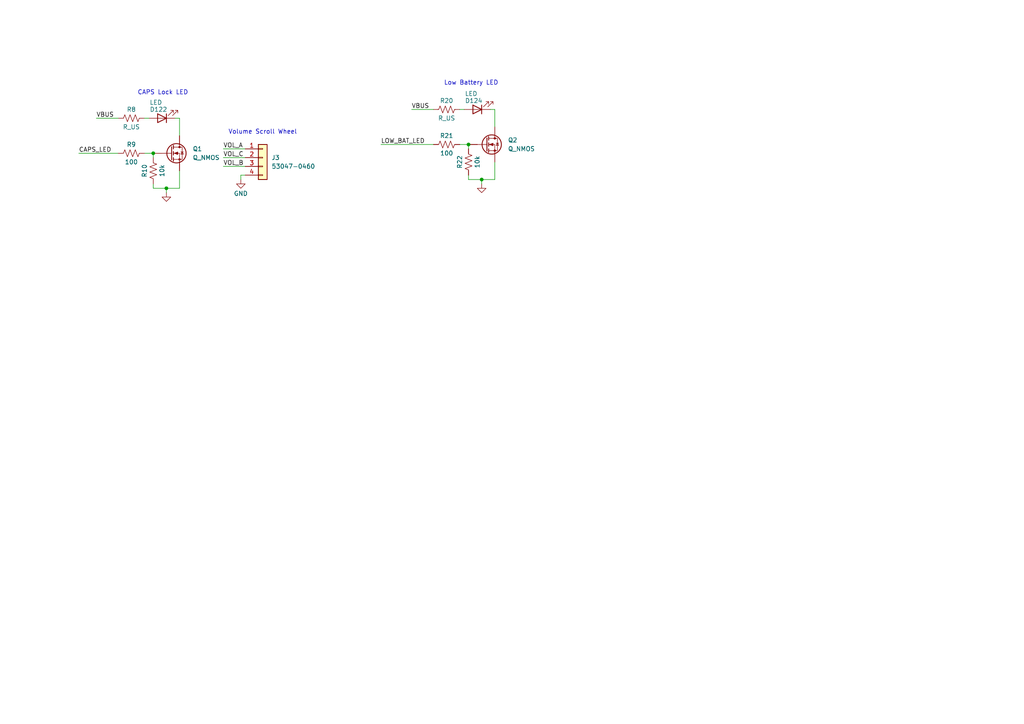
<source format=kicad_sch>
(kicad_sch (version 20250114) (generator "eeschema") (generator_version "9.0")
  (paper "A4")
  (lib_symbols
    (symbol "Device:LED" (pin_numbers (hide yes)) (pin_names (offset 1.016) (hide yes))
      (property "Reference" "D" (at 0 2.54 0))
      (property "Value" "LED" (at 0 -2.54 0))
      (symbol "LED_0_1"
        (polyline (pts (xy -3.048 -0.762) (xy -4.572 -2.286) (xy -3.81 -2.286) (xy -4.572 -2.286) (xy -4.572 -1.524)))
        (polyline (pts (xy -1.778 -0.762) (xy -3.302 -2.286) (xy -2.54 -2.286) (xy -3.302 -2.286) (xy -3.302 -1.524)))
        (polyline (pts (xy -1.27 0) (xy 1.27 0)))
        (polyline (pts (xy -1.27 -1.27) (xy -1.27 1.27)) (stroke (width 0.254)))
        (polyline (pts (xy 1.27 -1.27) (xy 1.27 1.27) (xy -1.27 0) (xy 1.27 -1.27)) (stroke (width 0.254)))
      )
      (symbol "LED_1_1"
        (pin passive line (at -3.81 0 0) (length 2.54) (name "K") (number "1"))
        (pin passive line (at 3.81 0 180) (length 2.54) (name "A") (number "2"))
      )
    )
    (symbol "Device:Q_NMOS" (pin_numbers (hide yes)) (pin_names (offset 0) (hide yes))
      (property "Reference" "Q" (at 5.08 1.27 0))
      (property "Value" "Q_NMOS" (at 5.08 -1.27 0))
      (symbol "Q_NMOS_0_1"
        (polyline (pts (xy 0.254 1.905) (xy 0.254 -1.905)) (stroke (width 0.254)))
        (polyline (pts (xy 0.254 0) (xy -2.54 0)))
        (polyline (pts (xy 0.762 2.286) (xy 0.762 1.27)) (stroke (width 0.254)))
        (polyline (pts (xy 0.762 0.508) (xy 0.762 -0.508)) (stroke (width 0.254)))
        (polyline (pts (xy 0.762 -1.27) (xy 0.762 -2.286)) (stroke (width 0.254)))
        (polyline (pts (xy 0.762 -1.778) (xy 3.302 -1.778) (xy 3.302 1.778) (xy 0.762 1.778)))
        (polyline (pts (xy 1.016 0) (xy 2.032 0.381) (xy 2.032 -0.381) (xy 1.016 0)) (fill (type outline)))
        (circle (center 1.651 0) (radius 2.794) (stroke (width 0.254)))
        (polyline (pts (xy 2.54 2.54) (xy 2.54 1.778)))
        (circle (center 2.54 1.778) (radius 0.254) (fill (type outline)))
        (circle (center 2.54 -1.778) (radius 0.254) (fill (type outline)))
        (polyline (pts (xy 2.54 -2.54) (xy 2.54 0) (xy 0.762 0)))
        (polyline (pts (xy 2.921 0.381) (xy 3.683 0.381)))
        (polyline (pts (xy 3.302 0.381) (xy 2.921 -0.254) (xy 3.683 -0.254) (xy 3.302 0.381)))
      )
      (symbol "Q_NMOS_1_1"
        (pin input line (at -5.08 0 0) (length 2.54) (name "G") (number "G"))
        (pin passive line (at 2.54 5.08 270) (length 2.54) (name "D") (number "D"))
        (pin passive line (at 2.54 -5.08 90) (length 2.54) (name "S") (number "S"))
      )
    )
    (symbol "GND_1" (power) (pin_numbers (hide yes)) (pin_names (offset 0) (hide yes))
      (property "Value" "GND_1" (at 0 -3.81 0))
      (symbol "GND_1_0_1"
        (polyline (pts (xy 0 0) (xy 0 -1.27) (xy 1.27 -1.27) (xy 0 -2.54) (xy -1.27 -1.27) (xy 0 -1.27)))
      )
      (symbol "GND_1_1_1"
        (pin power_in line (at 0 0 270) (length 0) (hide yes) (name "GND") (number "1"))
      )
    )
    (symbol "keyboard:Conn_01x04" (pin_names (offset 1.016) (hide yes))
      (property "Reference" "J2" (at 2.54 0.0001 0))
      (property "Value" "Conn_01x04" (at 2.54 -2.5399 0))
      (symbol "Conn_01x04_1_1"
        (rectangle (start -1.27 3.81) (end 1.27 -6.35) (stroke (width 0.254)) (fill (type background)))
        (rectangle (start -1.27 2.667) (end 0 2.413) (stroke (width 0.1524)))
        (rectangle (start -1.27 0.127) (end 0 -0.127) (stroke (width 0.1524)))
        (rectangle (start -1.27 -2.413) (end 0 -2.667) (stroke (width 0.1524)))
        (rectangle (start -1.27 -4.953) (end 0 -5.207) (stroke (width 0.1524)))
        (pin passive line (at -5.08 2.54 0) (length 3.81) (name "Pin_1") (number "1"))
        (pin passive line (at -5.08 0 0) (length 3.81) (name "Pin_2") (number "2"))
        (pin passive line (at -5.08 -2.54 0) (length 3.81) (name "Pin_3") (number "3"))
        (pin passive line (at -5.08 -5.08 0) (length 3.81) (name "Pin_4") (number "4"))
      )
    )
    (symbol "keyboard:R_US" (pin_numbers (hide yes)) (pin_names (offset 0))
      (property "Reference" "R" (at 0 -2.54 0))
      (property "Value" "R_US" (at 0 2.54 0))
      (symbol "R_US_0_1"
        (polyline (pts (xy -2.286 0) (xy -2.54 0)))
        (polyline (pts (xy -0.762 0) (xy -1.143 -1.016) (xy -1.524 0) (xy -1.905 1.016) (xy -2.286 0)))
        (polyline (pts (xy 0.762 0) (xy 0.381 -1.016) (xy 0 0) (xy -0.381 1.016) (xy -0.762 0)))
        (polyline (pts (xy 2.286 0) (xy 2.54 0)))
        (polyline (pts (xy 2.286 0) (xy 1.905 -1.016) (xy 1.524 0) (xy 1.143 1.016) (xy 0.762 0)))
      )
      (symbol "R_US_1_1"
        (pin passive line (at -3.81 0 0) (length 1.27) (name "~") (number "2"))
        (pin passive line (at 3.81 0 180) (length 1.27) (name "~") (number "1"))
      )
    )
    (symbol "power:GND" (power) (pin_names (offset 0))
      (property "Value" "GND" (at 0 -3.81 0))
      (symbol "GND_0_1"
        (polyline (pts (xy 0 0) (xy 0 -1.27) (xy 1.27 -1.27) (xy 0 -2.54) (xy -1.27 -1.27) (xy 0 -1.27)))
      )
      (symbol "GND_1_1"
        (pin power_in line (at 0 0 270) (length 0) (hide yes) (name "GND") (number "1"))
      )
    )
  )
  (text "Low Battery LED" (at 136.652 24.13 0) (effects (font (size 1.27 1.27))))
  (text "CAPS Lock LED" (at 47.244 26.924 0) (effects (font (size 1.27 1.27))))
  (text "Volume Scroll Wheel" (at 76.2 38.354 0) (effects (font (size 1.27 1.27))))
  (junction (at 135.89 41.91))
  (junction (at 48.26 54.61))
  (junction (at 139.7 52.07))
  (junction (at 44.45 44.45))
  (wire (pts (xy 64.77 43.18) (xy 71.12 43.18)))
  (wire (pts (xy 133.35 41.91) (xy 135.89 41.91)))
  (wire (pts (xy 48.26 54.61) (xy 52.07 54.61)))
  (wire (pts (xy 139.7 52.07) (xy 139.7 53.34)))
  (wire (pts (xy 50.8 34.29) (xy 52.07 34.29)))
  (wire (pts (xy 44.45 44.45) (xy 44.45 45.72)))
  (wire (pts (xy 110.49 41.91) (xy 125.73 41.91)))
  (wire (pts (xy 69.85 50.8) (xy 69.85 52.07)))
  (wire (pts (xy 44.45 53.34) (xy 44.45 54.61)))
  (wire (pts (xy 143.51 31.75) (xy 143.51 36.83)))
  (wire (pts (xy 143.51 46.99) (xy 143.51 52.07)))
  (wire (pts (xy 64.77 48.26) (xy 71.12 48.26)))
  (wire (pts (xy 133.35 31.75) (xy 134.62 31.75)))
  (wire (pts (xy 71.12 50.8) (xy 69.85 50.8)))
  (wire (pts (xy 48.26 54.61) (xy 48.26 55.88)))
  (wire (pts (xy 52.07 34.29) (xy 52.07 39.37)))
  (wire (pts (xy 41.91 34.29) (xy 43.18 34.29)))
  (wire (pts (xy 64.77 45.72) (xy 71.12 45.72)))
  (wire (pts (xy 52.07 49.53) (xy 52.07 54.61)))
  (wire (pts (xy 135.89 50.8) (xy 135.89 52.07)))
  (wire (pts (xy 27.94 34.29) (xy 34.29 34.29)))
  (wire (pts (xy 139.7 52.07) (xy 143.51 52.07)))
  (wire (pts (xy 22.86 44.45) (xy 34.29 44.45)))
  (wire (pts (xy 135.89 41.91) (xy 135.89 43.18)))
  (wire (pts (xy 119.38 31.75) (xy 125.73 31.75)))
  (wire (pts (xy 44.45 54.61) (xy 48.26 54.61)))
  (wire (pts (xy 41.91 44.45) (xy 44.45 44.45)))
  (wire (pts (xy 142.24 31.75) (xy 143.51 31.75)))
  (wire (pts (xy 135.89 52.07) (xy 139.7 52.07)))
  (label "VOL_B" (at 64.77 48.26 0))
  (label "VBUS" (at 27.94 34.29 0))
  (label "LOW_BAT_LED" (at 110.49 41.91 0))
  (label "CAPS_LED" (at 22.86 44.45 0))
  (label "VOL_C" (at 64.77 45.72 0))
  (label "VOL_A" (at 64.77 43.18 0))
  (label "VBUS" (at 119.38 31.75 0))
  (symbol (lib_id "keyboard:R_US") (at 135.89 46.99 90) (unit 1)
    (property "Reference" "R22" (at 133.35 46.99 0))
    (property "Value" "10k" (at 138.43 46.99 0))
    (property "Footprint" "keyboard:R_0402_1005Metric" (effects (hide yes)))
    (property "Datasheet" "https://datasheet.lcsc.com/lcsc/2304140030_YAGEO-RC0402FR-071K2L_C138040.pdf" (effects (hide yes)))
    (property "PN" "RC0402FR-071K2L" (effects (hide yes)))
    (property "LCSC Part Number" "C138040" (effects (hide yes)))
    (property "LCSC link" "https://www.lcsc.com/product-detail/Chip-Resistor-Surface-Mount_YAGEO-RC0402FR-071K2L_C138040.html" (effects (hide yes)))
  )
  (symbol (lib_id "keyboard:R_US") (at 129.54 31.75 0) (unit 1)
    (property "Reference" "R20" (at 129.54 29.21 0))
    (property "Value" "R_US" (at 129.54 34.29 0))
    (property "Footprint" "keyboard:R_0402_1005Metric" (effects (hide yes)))
    (property "Datasheet" "https://datasheet.lcsc.com/lcsc/2304140030_YAGEO-RC0402FR-071K2L_C138040.pdf" (effects (hide yes)))
    (property "PN" "RC0402FR-071K2L" (effects (hide yes)))
    (property "LCSC Part Number" "C138040" (effects (hide yes)))
    (property "LCSC link" "https://www.lcsc.com/product-detail/Chip-Resistor-Surface-Mount_YAGEO-RC0402FR-071K2L_C138040.html" (effects (hide yes)))
  )
  (symbol (lib_id "keyboard:R_US") (at 38.1 44.45 0) (unit 1)
    (property "Reference" "R9" (at 38.1 41.91 0))
    (property "Value" "100" (at 38.1 46.99 0))
    (property "Footprint" "keyboard:R_0402_1005Metric" (effects (hide yes)))
    (property "Datasheet" "https://datasheet.lcsc.com/lcsc/2304140030_YAGEO-RC0402FR-071K2L_C138040.pdf" (effects (hide yes)))
    (property "PN" "RC0402FR-071K2L" (effects (hide yes)))
    (property "LCSC Part Number" "C138040" (effects (hide yes)))
    (property "LCSC link" "https://www.lcsc.com/product-detail/Chip-Resistor-Surface-Mount_YAGEO-RC0402FR-071K2L_C138040.html" (effects (hide yes)))
  )
  (symbol (lib_id "power:GND") (at 69.85 52.07 0) (unit 1)
    (property "Reference" "#PWR024" (effects (hide yes)))
    (property "Value" "GND" (at 69.85 56.134 0))
    (property "Description" "Power symbol creates a global label with name \"GND\" , ground" (effects (hide yes)))
  )
  (symbol (lib_name "GND_1") (lib_id "power:GND") (at 139.7 53.34 0) (unit 1)
    (property "Reference" "#PWR041" (effects (hide yes)))
    (property "Value" "GND" (effects (hide yes)))
  )
  (symbol (lib_id "keyboard:R_US") (at 129.54 41.91 0) (unit 1)
    (property "Reference" "R21" (at 129.54 39.37 0))
    (property "Value" "100" (at 129.54 44.45 0))
    (property "Footprint" "keyboard:R_0402_1005Metric" (effects (hide yes)))
    (property "Datasheet" "https://datasheet.lcsc.com/lcsc/2304140030_YAGEO-RC0402FR-071K2L_C138040.pdf" (effects (hide yes)))
    (property "PN" "RC0402FR-071K2L" (effects (hide yes)))
    (property "LCSC Part Number" "C138040" (effects (hide yes)))
    (property "LCSC link" "https://www.lcsc.com/product-detail/Chip-Resistor-Surface-Mount_YAGEO-RC0402FR-071K2L_C138040.html" (effects (hide yes)))
  )
  (symbol (lib_id "Device:Q_NMOS") (at 49.53 44.45 0) (unit 1)
    (property "Reference" "Q1" (at 55.88 43.1799 0) (effects (justify left)))
    (property "Value" "Q_NMOS" (at 55.88 45.7199 0) (effects (justify left)))
    (property "Footprint" "keyboard:SOT-23-3" (effects (hide yes)))
    (property "Description" "N-MOSFET transistor" (effects (hide yes)))
  )
  (symbol (lib_id "Device:Q_NMOS") (at 140.97 41.91 0) (unit 1)
    (property "Reference" "Q2" (at 147.32 40.6399 0) (effects (justify left)))
    (property "Value" "Q_NMOS" (at 147.32 43.1799 0) (effects (justify left)))
    (property "Footprint" "keyboard:SOT-23-3" (effects (hide yes)))
    (property "Description" "N-MOSFET transistor" (effects (hide yes)))
  )
  (symbol (lib_id "Device:LED") (at 46.99 34.29 180) (unit 1)
    (property "Reference" "D122" (at 45.974 31.75 0))
    (property "Value" "LED" (at 45.212 29.718 0))
    (property "Footprint" "keyboard:LED_0603_1608Metric" (effects (hide yes)))
    (property "Description" "Light emitting diode" (effects (hide yes)))
    (property "Sim.Pins" "1=K 2=A" (effects (hide yes)))
  )
  (symbol (lib_id "keyboard:Conn_01x04") (at 76.2 45.72 0) (unit 1)
    (property "Reference" "J3" (at 78.74 45.7199 0) (effects (justify left)))
    (property "Value" "53047-0460" (at 78.74 48.2599 0) (effects (justify left)))
    (property "Footprint" "Connector_Molex:Molex_PicoBlade_53048-0410_1x04_P1.25mm_Horizontal" (effects (hide yes)))
    (property "Description" "Generic connector, single row, 01x04, script generated (kicad-library-utils/schlib/autogen/connector/)" (effects (hide yes)))
  )
  (symbol (lib_id "keyboard:R_US") (at 38.1 34.29 0) (unit 1)
    (property "Reference" "R8" (at 38.1 31.75 0))
    (property "Value" "R_US" (at 38.1 36.83 0))
    (property "Footprint" "keyboard:R_0402_1005Metric" (effects (hide yes)))
    (property "Datasheet" "https://datasheet.lcsc.com/lcsc/2304140030_YAGEO-RC0402FR-071K2L_C138040.pdf" (effects (hide yes)))
    (property "PN" "RC0402FR-071K2L" (effects (hide yes)))
    (property "LCSC Part Number" "C138040" (effects (hide yes)))
    (property "LCSC link" "https://www.lcsc.com/product-detail/Chip-Resistor-Surface-Mount_YAGEO-RC0402FR-071K2L_C138040.html" (effects (hide yes)))
  )
  (symbol (lib_id "keyboard:R_US") (at 44.45 49.53 90) (unit 1)
    (property "Reference" "R10" (at 41.91 49.53 0))
    (property "Value" "10k" (at 46.99 49.53 0))
    (property "Footprint" "keyboard:R_0402_1005Metric" (effects (hide yes)))
    (property "Datasheet" "https://datasheet.lcsc.com/lcsc/2304140030_YAGEO-RC0402FR-071K2L_C138040.pdf" (effects (hide yes)))
    (property "PN" "RC0402FR-071K2L" (effects (hide yes)))
    (property "LCSC Part Number" "C138040" (effects (hide yes)))
    (property "LCSC link" "https://www.lcsc.com/product-detail/Chip-Resistor-Surface-Mount_YAGEO-RC0402FR-071K2L_C138040.html" (effects (hide yes)))
  )
  (symbol (lib_name "GND_1") (lib_id "power:GND") (at 48.26 55.88 0) (unit 1)
    (property "Reference" "#PWR025" (effects (hide yes)))
    (property "Value" "GND" (effects (hide yes)))
  )
  (symbol (lib_id "Device:LED") (at 138.43 31.75 180) (unit 1)
    (property "Reference" "D124" (at 137.414 29.21 0))
    (property "Value" "LED" (at 136.652 27.178 0))
    (property "Footprint" "keyboard:LED_0603_1608Metric" (effects (hide yes)))
    (property "Description" "Light emitting diode" (effects (hide yes)))
    (property "Sim.Pins" "1=K 2=A" (effects (hide yes)))
  )
)
</source>
